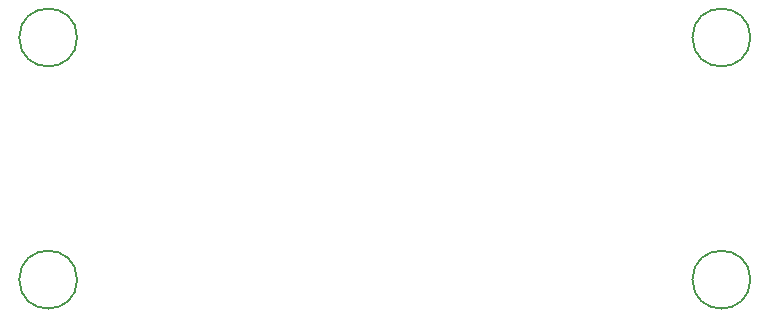
<source format=gbr>
%TF.GenerationSoftware,KiCad,Pcbnew,7.0.10-1.fc39*%
%TF.CreationDate,2024-02-14T22:36:16-06:00*%
%TF.ProjectId,mkr-sensor-shield,6d6b722d-7365-46e7-936f-722d73686965,rev?*%
%TF.SameCoordinates,Original*%
%TF.FileFunction,Other,User*%
%FSLAX46Y46*%
G04 Gerber Fmt 4.6, Leading zero omitted, Abs format (unit mm)*
G04 Created by KiCad (PCBNEW 7.0.10-1.fc39) date 2024-02-14 22:36:16*
%MOMM*%
%LPD*%
G01*
G04 APERTURE LIST*
%ADD10C,0.150000*%
G04 APERTURE END LIST*
D10*
%TO.C,A1*%
X133960001Y-57265001D02*
G75*
G03*
X129060001Y-57265001I-2450000J0D01*
G01*
X129060001Y-57265001D02*
G75*
G03*
X133960001Y-57265001I2450000J0D01*
G01*
X133960001Y-77765001D02*
G75*
G03*
X129060001Y-77765001I-2450000J0D01*
G01*
X129060001Y-77765001D02*
G75*
G03*
X133960001Y-77765001I2450000J0D01*
G01*
X190960001Y-57265001D02*
G75*
G03*
X186060001Y-57265001I-2450000J0D01*
G01*
X186060001Y-57265001D02*
G75*
G03*
X190960001Y-57265001I2450000J0D01*
G01*
X190960001Y-77765001D02*
G75*
G03*
X186060001Y-77765001I-2450000J0D01*
G01*
X186060001Y-77765001D02*
G75*
G03*
X190960001Y-77765001I2450000J0D01*
G01*
%TD*%
M02*

</source>
